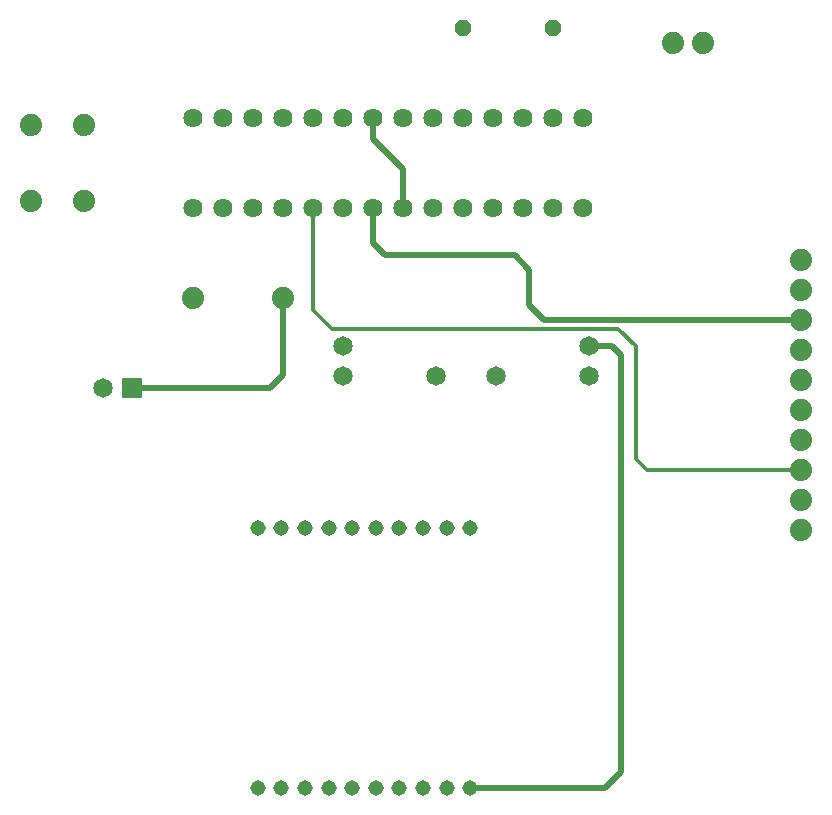
<source format=gbr>
G04 EAGLE Gerber RS-274X export*
G75*
%MOMM*%
%FSLAX34Y34*%
%LPD*%
%INTop Copper*%
%IPPOS*%
%AMOC8*
5,1,8,0,0,1.08239X$1,22.5*%
G01*
%ADD10C,1.651000*%
%ADD11R,1.651000X1.651000*%
%ADD12C,1.879600*%
%ADD13P,1.429621X8X22.500000*%
%ADD14C,1.625600*%
%ADD15C,1.308000*%
%ADD16C,0.508000*%
%ADD17C,0.304800*%


D10*
X431800Y479900D03*
X431800Y505300D03*
X640400Y479900D03*
X640400Y505300D03*
D11*
X253800Y469900D03*
D10*
X228800Y469900D03*
D12*
X711200Y762000D03*
X736600Y762000D03*
X304800Y546100D03*
X381000Y546100D03*
D13*
X533400Y774700D03*
X609600Y774700D03*
D12*
X167894Y627888D03*
X167894Y692912D03*
X213106Y627888D03*
X213106Y692912D03*
D14*
X304800Y622300D03*
X330200Y622300D03*
X355600Y622300D03*
X381000Y622300D03*
X406400Y622300D03*
X431800Y622300D03*
X457200Y622300D03*
X482600Y622300D03*
X508000Y622300D03*
X533400Y622300D03*
X558800Y622300D03*
X584200Y622300D03*
X609600Y622300D03*
X635000Y622300D03*
X635000Y698500D03*
X609600Y698500D03*
X584200Y698500D03*
X558800Y698500D03*
X533400Y698500D03*
X508000Y698500D03*
X482600Y698500D03*
X457200Y698500D03*
X431800Y698500D03*
X406400Y698500D03*
X381000Y698500D03*
X355600Y698500D03*
X330200Y698500D03*
X304800Y698500D03*
D15*
X359900Y131300D03*
X379900Y131300D03*
X399900Y131300D03*
X419900Y131300D03*
X439900Y131300D03*
X459900Y131300D03*
X479900Y131300D03*
X499900Y131300D03*
X519900Y131300D03*
X539900Y131300D03*
X539900Y351300D03*
X519900Y351300D03*
X499900Y351300D03*
X479900Y351300D03*
X459900Y351300D03*
X439900Y351300D03*
X419900Y351300D03*
X399900Y351300D03*
X379900Y351300D03*
X359900Y351300D03*
D10*
X510700Y479900D03*
X561500Y479900D03*
D12*
X820000Y350000D03*
X820000Y375400D03*
X820000Y400800D03*
X820000Y426200D03*
X820000Y451600D03*
X820000Y477000D03*
X820000Y502400D03*
X820000Y527800D03*
X820000Y553200D03*
X820000Y578600D03*
D16*
X369900Y469900D02*
X253800Y469900D01*
X590000Y540000D02*
X590000Y570000D01*
X381000Y481000D02*
X369900Y469900D01*
X381000Y481000D02*
X381000Y546100D01*
X590000Y540000D02*
X602200Y527800D01*
X820000Y527800D01*
X577500Y582500D02*
X467500Y582500D01*
X457200Y592800D01*
X457200Y622300D01*
X577500Y582500D02*
X590000Y570000D01*
X640400Y505300D02*
X659700Y505300D01*
X667500Y497500D01*
X667500Y145000D01*
X653800Y131300D02*
X539900Y131300D01*
X653800Y131300D02*
X667500Y145000D01*
X482600Y622300D02*
X482600Y654900D01*
X457200Y680300D02*
X457200Y698500D01*
X457200Y680300D02*
X482600Y654900D01*
D17*
X689200Y400800D02*
X820000Y400800D01*
X680000Y410000D02*
X680000Y505000D01*
X665000Y520000D01*
X422500Y520000D01*
X406400Y536100D01*
X406400Y622300D01*
X680000Y410000D02*
X689200Y400800D01*
M02*

</source>
